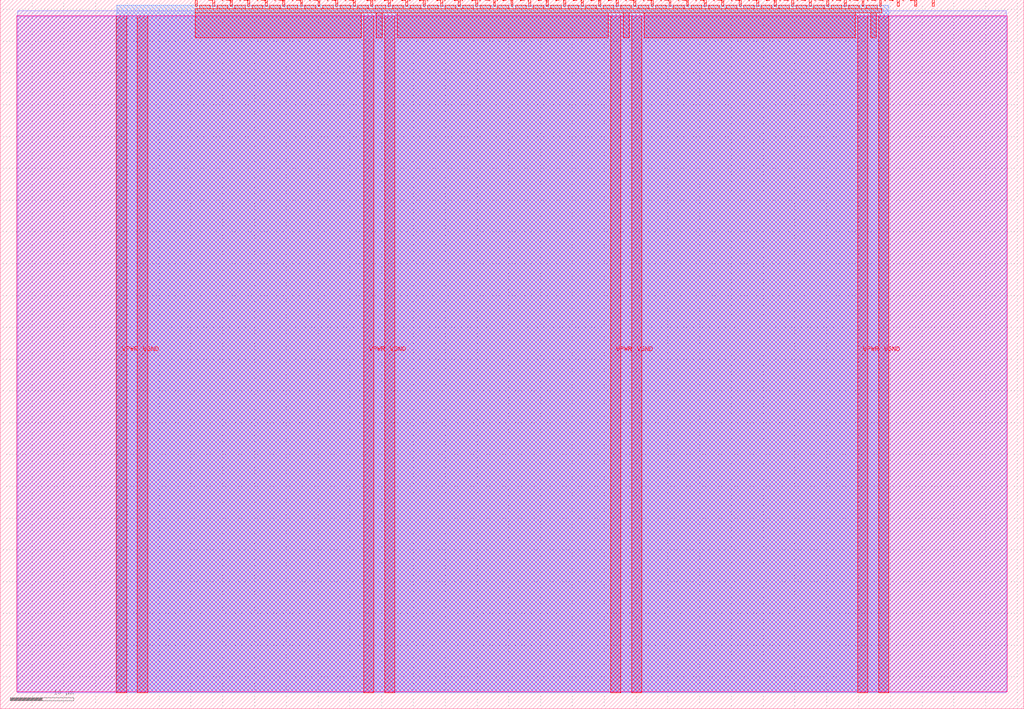
<source format=lef>
VERSION 5.7 ;
  NOWIREEXTENSIONATPIN ON ;
  DIVIDERCHAR "/" ;
  BUSBITCHARS "[]" ;
MACRO tt_um_wokwi_414107691971107841
  CLASS BLOCK ;
  FOREIGN tt_um_wokwi_414107691971107841 ;
  ORIGIN 0.000 0.000 ;
  SIZE 161.000 BY 111.520 ;
  PIN VGND
    DIRECTION INOUT ;
    USE GROUND ;
    PORT
      LAYER met4 ;
        RECT 21.580 2.480 23.180 109.040 ;
    END
    PORT
      LAYER met4 ;
        RECT 60.450 2.480 62.050 109.040 ;
    END
    PORT
      LAYER met4 ;
        RECT 99.320 2.480 100.920 109.040 ;
    END
    PORT
      LAYER met4 ;
        RECT 138.190 2.480 139.790 109.040 ;
    END
  END VGND
  PIN VPWR
    DIRECTION INOUT ;
    USE POWER ;
    PORT
      LAYER met4 ;
        RECT 18.280 2.480 19.880 109.040 ;
    END
    PORT
      LAYER met4 ;
        RECT 57.150 2.480 58.750 109.040 ;
    END
    PORT
      LAYER met4 ;
        RECT 96.020 2.480 97.620 109.040 ;
    END
    PORT
      LAYER met4 ;
        RECT 134.890 2.480 136.490 109.040 ;
    END
  END VPWR
  PIN clk
    DIRECTION INPUT ;
    USE SIGNAL ;
    PORT
      LAYER met4 ;
        RECT 143.830 110.520 144.130 111.520 ;
    END
  END clk
  PIN ena
    DIRECTION INPUT ;
    USE SIGNAL ;
    PORT
      LAYER met4 ;
        RECT 146.590 110.520 146.890 111.520 ;
    END
  END ena
  PIN rst_n
    DIRECTION INPUT ;
    USE SIGNAL ;
    PORT
      LAYER met4 ;
        RECT 141.070 110.520 141.370 111.520 ;
    END
  END rst_n
  PIN ui_in[0]
    DIRECTION INPUT ;
    USE SIGNAL ;
    ANTENNAGATEAREA 0.196500 ;
    PORT
      LAYER met4 ;
        RECT 138.310 110.520 138.610 111.520 ;
    END
  END ui_in[0]
  PIN ui_in[1]
    DIRECTION INPUT ;
    USE SIGNAL ;
    ANTENNAGATEAREA 0.196500 ;
    PORT
      LAYER met4 ;
        RECT 135.550 110.520 135.850 111.520 ;
    END
  END ui_in[1]
  PIN ui_in[2]
    DIRECTION INPUT ;
    USE SIGNAL ;
    ANTENNAGATEAREA 0.196500 ;
    PORT
      LAYER met4 ;
        RECT 132.790 110.520 133.090 111.520 ;
    END
  END ui_in[2]
  PIN ui_in[3]
    DIRECTION INPUT ;
    USE SIGNAL ;
    ANTENNAGATEAREA 0.196500 ;
    PORT
      LAYER met4 ;
        RECT 130.030 110.520 130.330 111.520 ;
    END
  END ui_in[3]
  PIN ui_in[4]
    DIRECTION INPUT ;
    USE SIGNAL ;
    ANTENNAGATEAREA 0.196500 ;
    PORT
      LAYER met4 ;
        RECT 127.270 110.520 127.570 111.520 ;
    END
  END ui_in[4]
  PIN ui_in[5]
    DIRECTION INPUT ;
    USE SIGNAL ;
    ANTENNAGATEAREA 0.196500 ;
    PORT
      LAYER met4 ;
        RECT 124.510 110.520 124.810 111.520 ;
    END
  END ui_in[5]
  PIN ui_in[6]
    DIRECTION INPUT ;
    USE SIGNAL ;
    ANTENNAGATEAREA 0.196500 ;
    PORT
      LAYER met4 ;
        RECT 121.750 110.520 122.050 111.520 ;
    END
  END ui_in[6]
  PIN ui_in[7]
    DIRECTION INPUT ;
    USE SIGNAL ;
    ANTENNAGATEAREA 0.196500 ;
    PORT
      LAYER met4 ;
        RECT 118.990 110.520 119.290 111.520 ;
    END
  END ui_in[7]
  PIN uio_in[0]
    DIRECTION INPUT ;
    USE SIGNAL ;
    PORT
      LAYER met4 ;
        RECT 116.230 110.520 116.530 111.520 ;
    END
  END uio_in[0]
  PIN uio_in[1]
    DIRECTION INPUT ;
    USE SIGNAL ;
    PORT
      LAYER met4 ;
        RECT 113.470 110.520 113.770 111.520 ;
    END
  END uio_in[1]
  PIN uio_in[2]
    DIRECTION INPUT ;
    USE SIGNAL ;
    PORT
      LAYER met4 ;
        RECT 110.710 110.520 111.010 111.520 ;
    END
  END uio_in[2]
  PIN uio_in[3]
    DIRECTION INPUT ;
    USE SIGNAL ;
    PORT
      LAYER met4 ;
        RECT 107.950 110.520 108.250 111.520 ;
    END
  END uio_in[3]
  PIN uio_in[4]
    DIRECTION INPUT ;
    USE SIGNAL ;
    PORT
      LAYER met4 ;
        RECT 105.190 110.520 105.490 111.520 ;
    END
  END uio_in[4]
  PIN uio_in[5]
    DIRECTION INPUT ;
    USE SIGNAL ;
    PORT
      LAYER met4 ;
        RECT 102.430 110.520 102.730 111.520 ;
    END
  END uio_in[5]
  PIN uio_in[6]
    DIRECTION INPUT ;
    USE SIGNAL ;
    PORT
      LAYER met4 ;
        RECT 99.670 110.520 99.970 111.520 ;
    END
  END uio_in[6]
  PIN uio_in[7]
    DIRECTION INPUT ;
    USE SIGNAL ;
    PORT
      LAYER met4 ;
        RECT 96.910 110.520 97.210 111.520 ;
    END
  END uio_in[7]
  PIN uio_oe[0]
    DIRECTION OUTPUT ;
    USE SIGNAL ;
    PORT
      LAYER met4 ;
        RECT 49.990 110.520 50.290 111.520 ;
    END
  END uio_oe[0]
  PIN uio_oe[1]
    DIRECTION OUTPUT ;
    USE SIGNAL ;
    PORT
      LAYER met4 ;
        RECT 47.230 110.520 47.530 111.520 ;
    END
  END uio_oe[1]
  PIN uio_oe[2]
    DIRECTION OUTPUT ;
    USE SIGNAL ;
    PORT
      LAYER met4 ;
        RECT 44.470 110.520 44.770 111.520 ;
    END
  END uio_oe[2]
  PIN uio_oe[3]
    DIRECTION OUTPUT ;
    USE SIGNAL ;
    PORT
      LAYER met4 ;
        RECT 41.710 110.520 42.010 111.520 ;
    END
  END uio_oe[3]
  PIN uio_oe[4]
    DIRECTION OUTPUT ;
    USE SIGNAL ;
    PORT
      LAYER met4 ;
        RECT 38.950 110.520 39.250 111.520 ;
    END
  END uio_oe[4]
  PIN uio_oe[5]
    DIRECTION OUTPUT ;
    USE SIGNAL ;
    PORT
      LAYER met4 ;
        RECT 36.190 110.520 36.490 111.520 ;
    END
  END uio_oe[5]
  PIN uio_oe[6]
    DIRECTION OUTPUT ;
    USE SIGNAL ;
    PORT
      LAYER met4 ;
        RECT 33.430 110.520 33.730 111.520 ;
    END
  END uio_oe[6]
  PIN uio_oe[7]
    DIRECTION OUTPUT ;
    USE SIGNAL ;
    PORT
      LAYER met4 ;
        RECT 30.670 110.520 30.970 111.520 ;
    END
  END uio_oe[7]
  PIN uio_out[0]
    DIRECTION OUTPUT ;
    USE SIGNAL ;
    PORT
      LAYER met4 ;
        RECT 72.070 110.520 72.370 111.520 ;
    END
  END uio_out[0]
  PIN uio_out[1]
    DIRECTION OUTPUT ;
    USE SIGNAL ;
    PORT
      LAYER met4 ;
        RECT 69.310 110.520 69.610 111.520 ;
    END
  END uio_out[1]
  PIN uio_out[2]
    DIRECTION OUTPUT ;
    USE SIGNAL ;
    PORT
      LAYER met4 ;
        RECT 66.550 110.520 66.850 111.520 ;
    END
  END uio_out[2]
  PIN uio_out[3]
    DIRECTION OUTPUT ;
    USE SIGNAL ;
    PORT
      LAYER met4 ;
        RECT 63.790 110.520 64.090 111.520 ;
    END
  END uio_out[3]
  PIN uio_out[4]
    DIRECTION OUTPUT ;
    USE SIGNAL ;
    PORT
      LAYER met4 ;
        RECT 61.030 110.520 61.330 111.520 ;
    END
  END uio_out[4]
  PIN uio_out[5]
    DIRECTION OUTPUT ;
    USE SIGNAL ;
    PORT
      LAYER met4 ;
        RECT 58.270 110.520 58.570 111.520 ;
    END
  END uio_out[5]
  PIN uio_out[6]
    DIRECTION OUTPUT ;
    USE SIGNAL ;
    PORT
      LAYER met4 ;
        RECT 55.510 110.520 55.810 111.520 ;
    END
  END uio_out[6]
  PIN uio_out[7]
    DIRECTION OUTPUT ;
    USE SIGNAL ;
    PORT
      LAYER met4 ;
        RECT 52.750 110.520 53.050 111.520 ;
    END
  END uio_out[7]
  PIN uo_out[0]
    DIRECTION OUTPUT ;
    USE SIGNAL ;
    ANTENNADIFFAREA 0.445500 ;
    PORT
      LAYER met4 ;
        RECT 94.150 110.520 94.450 111.520 ;
    END
  END uo_out[0]
  PIN uo_out[1]
    DIRECTION OUTPUT ;
    USE SIGNAL ;
    ANTENNADIFFAREA 0.445500 ;
    PORT
      LAYER met4 ;
        RECT 91.390 110.520 91.690 111.520 ;
    END
  END uo_out[1]
  PIN uo_out[2]
    DIRECTION OUTPUT ;
    USE SIGNAL ;
    ANTENNADIFFAREA 0.445500 ;
    PORT
      LAYER met4 ;
        RECT 88.630 110.520 88.930 111.520 ;
    END
  END uo_out[2]
  PIN uo_out[3]
    DIRECTION OUTPUT ;
    USE SIGNAL ;
    ANTENNADIFFAREA 0.445500 ;
    PORT
      LAYER met4 ;
        RECT 85.870 110.520 86.170 111.520 ;
    END
  END uo_out[3]
  PIN uo_out[4]
    DIRECTION OUTPUT ;
    USE SIGNAL ;
    ANTENNADIFFAREA 0.445500 ;
    PORT
      LAYER met4 ;
        RECT 83.110 110.520 83.410 111.520 ;
    END
  END uo_out[4]
  PIN uo_out[5]
    DIRECTION OUTPUT ;
    USE SIGNAL ;
    ANTENNADIFFAREA 0.445500 ;
    PORT
      LAYER met4 ;
        RECT 80.350 110.520 80.650 111.520 ;
    END
  END uo_out[5]
  PIN uo_out[6]
    DIRECTION OUTPUT ;
    USE SIGNAL ;
    ANTENNADIFFAREA 0.445500 ;
    PORT
      LAYER met4 ;
        RECT 77.590 110.520 77.890 111.520 ;
    END
  END uo_out[6]
  PIN uo_out[7]
    DIRECTION OUTPUT ;
    USE SIGNAL ;
    PORT
      LAYER met4 ;
        RECT 74.830 110.520 75.130 111.520 ;
    END
  END uo_out[7]
  OBS
      LAYER nwell ;
        RECT 2.570 2.635 158.430 108.990 ;
      LAYER li1 ;
        RECT 2.760 2.635 158.240 108.885 ;
      LAYER met1 ;
        RECT 2.760 2.480 158.240 109.780 ;
      LAYER met2 ;
        RECT 18.310 2.535 139.760 110.685 ;
      LAYER met3 ;
        RECT 18.290 2.555 139.780 110.665 ;
      LAYER met4 ;
        RECT 31.370 110.120 33.030 110.665 ;
        RECT 34.130 110.120 35.790 110.665 ;
        RECT 36.890 110.120 38.550 110.665 ;
        RECT 39.650 110.120 41.310 110.665 ;
        RECT 42.410 110.120 44.070 110.665 ;
        RECT 45.170 110.120 46.830 110.665 ;
        RECT 47.930 110.120 49.590 110.665 ;
        RECT 50.690 110.120 52.350 110.665 ;
        RECT 53.450 110.120 55.110 110.665 ;
        RECT 56.210 110.120 57.870 110.665 ;
        RECT 58.970 110.120 60.630 110.665 ;
        RECT 61.730 110.120 63.390 110.665 ;
        RECT 64.490 110.120 66.150 110.665 ;
        RECT 67.250 110.120 68.910 110.665 ;
        RECT 70.010 110.120 71.670 110.665 ;
        RECT 72.770 110.120 74.430 110.665 ;
        RECT 75.530 110.120 77.190 110.665 ;
        RECT 78.290 110.120 79.950 110.665 ;
        RECT 81.050 110.120 82.710 110.665 ;
        RECT 83.810 110.120 85.470 110.665 ;
        RECT 86.570 110.120 88.230 110.665 ;
        RECT 89.330 110.120 90.990 110.665 ;
        RECT 92.090 110.120 93.750 110.665 ;
        RECT 94.850 110.120 96.510 110.665 ;
        RECT 97.610 110.120 99.270 110.665 ;
        RECT 100.370 110.120 102.030 110.665 ;
        RECT 103.130 110.120 104.790 110.665 ;
        RECT 105.890 110.120 107.550 110.665 ;
        RECT 108.650 110.120 110.310 110.665 ;
        RECT 111.410 110.120 113.070 110.665 ;
        RECT 114.170 110.120 115.830 110.665 ;
        RECT 116.930 110.120 118.590 110.665 ;
        RECT 119.690 110.120 121.350 110.665 ;
        RECT 122.450 110.120 124.110 110.665 ;
        RECT 125.210 110.120 126.870 110.665 ;
        RECT 127.970 110.120 129.630 110.665 ;
        RECT 130.730 110.120 132.390 110.665 ;
        RECT 133.490 110.120 135.150 110.665 ;
        RECT 136.250 110.120 137.910 110.665 ;
        RECT 30.655 109.440 138.625 110.120 ;
        RECT 30.655 105.575 56.750 109.440 ;
        RECT 59.150 105.575 60.050 109.440 ;
        RECT 62.450 105.575 95.620 109.440 ;
        RECT 98.020 105.575 98.920 109.440 ;
        RECT 101.320 105.575 134.490 109.440 ;
        RECT 136.890 105.575 137.790 109.440 ;
  END
END tt_um_wokwi_414107691971107841
END LIBRARY


</source>
